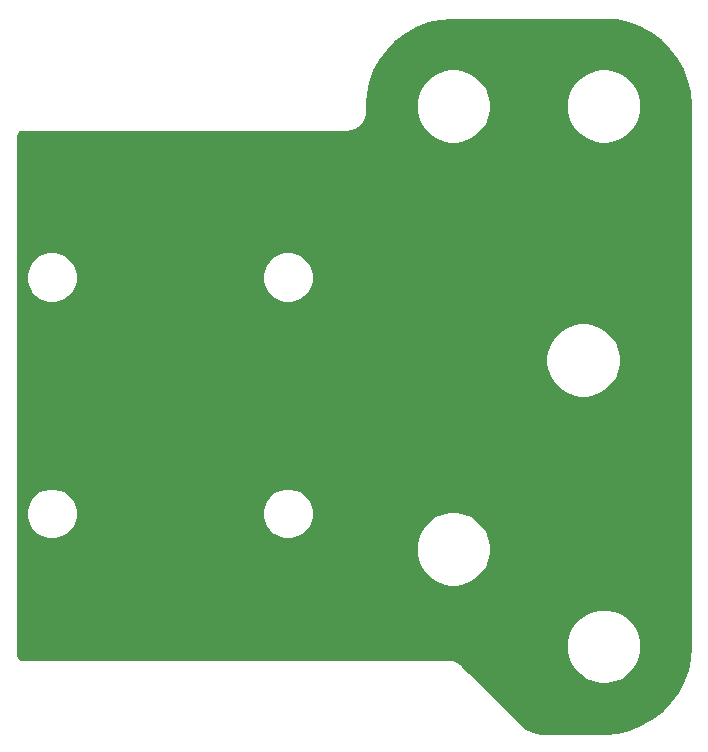
<source format=gtl>
G04 #@! TF.GenerationSoftware,KiCad,Pcbnew,5.1.9+dfsg1-1+deb11u1*
G04 #@! TF.CreationDate,2023-05-29T16:56:05+09:00*
G04 #@! TF.ProjectId,top,746f702e-6b69-4636-9164-5f7063625858,rev?*
G04 #@! TF.SameCoordinates,Original*
G04 #@! TF.FileFunction,Copper,L1,Top*
G04 #@! TF.FilePolarity,Positive*
%FSLAX46Y46*%
G04 Gerber Fmt 4.6, Leading zero omitted, Abs format (unit mm)*
G04 Created by KiCad (PCBNEW 5.1.9+dfsg1-1+deb11u1) date 2023-05-29 16:56:05*
%MOMM*%
%LPD*%
G01*
G04 APERTURE LIST*
G04 #@! TA.AperFunction,NonConductor*
%ADD10C,0.254000*%
G04 #@! TD*
G04 #@! TA.AperFunction,NonConductor*
%ADD11C,0.100000*%
G04 #@! TD*
G04 APERTURE END LIST*
D10*
X192469848Y-82227674D02*
X193479743Y-82445099D01*
X194448922Y-82802648D01*
X195358050Y-83293187D01*
X196188996Y-83906932D01*
X196925176Y-84631637D01*
X197551897Y-85452838D01*
X198056656Y-86354152D01*
X198429387Y-87317601D01*
X198662647Y-88323953D01*
X198753645Y-89374629D01*
X198754400Y-89470707D01*
X198754401Y-135183757D01*
X198679725Y-136238448D01*
X198462301Y-137248340D01*
X198104751Y-138217521D01*
X197614209Y-139126657D01*
X197000465Y-139957599D01*
X196275765Y-140693772D01*
X195454563Y-141320494D01*
X194553243Y-141825258D01*
X193589801Y-142197985D01*
X192583447Y-142431246D01*
X191532771Y-142522244D01*
X191436566Y-142523000D01*
X186215503Y-142523000D01*
X185732983Y-142475688D01*
X185301075Y-142345288D01*
X184902715Y-142133475D01*
X184528007Y-141827872D01*
X179477071Y-136776946D01*
X179475878Y-136775740D01*
X179473406Y-136773276D01*
X179473379Y-136773254D01*
X179452865Y-136752740D01*
X179432104Y-136735702D01*
X179430133Y-136733689D01*
X179422764Y-136727592D01*
X179271522Y-136604241D01*
X179219806Y-136569881D01*
X179168579Y-136534806D01*
X179160166Y-136530257D01*
X178987844Y-136438633D01*
X178930419Y-136414965D01*
X178873382Y-136390519D01*
X178864246Y-136387690D01*
X178677409Y-136331281D01*
X178616491Y-136319219D01*
X178555779Y-136306314D01*
X178546267Y-136305314D01*
X178352034Y-136286269D01*
X178352027Y-136286269D01*
X178318837Y-136283000D01*
X142232905Y-136283000D01*
X142138854Y-136273778D01*
X142080613Y-136256194D01*
X142026900Y-136227635D01*
X141979754Y-136189183D01*
X141940977Y-136142310D01*
X141912042Y-136088796D01*
X141894051Y-136030677D01*
X141884400Y-135938855D01*
X141884400Y-134893855D01*
X188249833Y-134893855D01*
X188249833Y-135522145D01*
X188372406Y-136138362D01*
X188612842Y-136718827D01*
X188961901Y-137241230D01*
X189406170Y-137685499D01*
X189928573Y-138034558D01*
X190509038Y-138274994D01*
X191125255Y-138397567D01*
X191753545Y-138397567D01*
X192369762Y-138274994D01*
X192950227Y-138034558D01*
X193472630Y-137685499D01*
X193916899Y-137241230D01*
X194265958Y-136718827D01*
X194506394Y-136138362D01*
X194628967Y-135522145D01*
X194628967Y-134893855D01*
X194506394Y-134277638D01*
X194265958Y-133697173D01*
X193916899Y-133174770D01*
X193472630Y-132730501D01*
X192950227Y-132381442D01*
X192369762Y-132141006D01*
X191753545Y-132018433D01*
X191125255Y-132018433D01*
X190509038Y-132141006D01*
X189928573Y-132381442D01*
X189406170Y-132730501D01*
X188961901Y-133174770D01*
X188612842Y-133697173D01*
X188372406Y-134277638D01*
X188249833Y-134893855D01*
X141884400Y-134893855D01*
X141884400Y-126653855D01*
X175509833Y-126653855D01*
X175509833Y-127282145D01*
X175632406Y-127898362D01*
X175872842Y-128478827D01*
X176221901Y-129001230D01*
X176666170Y-129445499D01*
X177188573Y-129794558D01*
X177769038Y-130034994D01*
X178385255Y-130157567D01*
X179013545Y-130157567D01*
X179629762Y-130034994D01*
X180210227Y-129794558D01*
X180732630Y-129445499D01*
X181176899Y-129001230D01*
X181525958Y-128478827D01*
X181766394Y-127898362D01*
X181888967Y-127282145D01*
X181888967Y-126653855D01*
X181766394Y-126037638D01*
X181525958Y-125457173D01*
X181176899Y-124934770D01*
X180732630Y-124490501D01*
X180210227Y-124141442D01*
X179629762Y-123901006D01*
X179013545Y-123778433D01*
X178385255Y-123778433D01*
X177769038Y-123901006D01*
X177188573Y-124141442D01*
X176666170Y-124490501D01*
X176221901Y-124934770D01*
X175872842Y-125457173D01*
X175632406Y-126037638D01*
X175509833Y-126653855D01*
X141884400Y-126653855D01*
X141884400Y-123751872D01*
X142505018Y-123751872D01*
X142505018Y-124184128D01*
X142589347Y-124608078D01*
X142754764Y-125007430D01*
X142994912Y-125366837D01*
X143300563Y-125672488D01*
X143659970Y-125912636D01*
X144059322Y-126078053D01*
X144483272Y-126162382D01*
X144915528Y-126162382D01*
X145339478Y-126078053D01*
X145738830Y-125912636D01*
X146098237Y-125672488D01*
X146403888Y-125366837D01*
X146644036Y-125007430D01*
X146809453Y-124608078D01*
X146893782Y-124184128D01*
X146893782Y-123751872D01*
X162505018Y-123751872D01*
X162505018Y-124184128D01*
X162589347Y-124608078D01*
X162754764Y-125007430D01*
X162994912Y-125366837D01*
X163300563Y-125672488D01*
X163659970Y-125912636D01*
X164059322Y-126078053D01*
X164483272Y-126162382D01*
X164915528Y-126162382D01*
X165339478Y-126078053D01*
X165738830Y-125912636D01*
X166098237Y-125672488D01*
X166403888Y-125366837D01*
X166644036Y-125007430D01*
X166809453Y-124608078D01*
X166893782Y-124184128D01*
X166893782Y-123751872D01*
X166809453Y-123327922D01*
X166644036Y-122928570D01*
X166403888Y-122569163D01*
X166098237Y-122263512D01*
X165738830Y-122023364D01*
X165339478Y-121857947D01*
X164915528Y-121773618D01*
X164483272Y-121773618D01*
X164059322Y-121857947D01*
X163659970Y-122023364D01*
X163300563Y-122263512D01*
X162994912Y-122569163D01*
X162754764Y-122928570D01*
X162589347Y-123327922D01*
X162505018Y-123751872D01*
X146893782Y-123751872D01*
X146809453Y-123327922D01*
X146644036Y-122928570D01*
X146403888Y-122569163D01*
X146098237Y-122263512D01*
X145738830Y-122023364D01*
X145339478Y-121857947D01*
X144915528Y-121773618D01*
X144483272Y-121773618D01*
X144059322Y-121857947D01*
X143659970Y-122023364D01*
X143300563Y-122263512D01*
X142994912Y-122569163D01*
X142754764Y-122928570D01*
X142589347Y-123327922D01*
X142505018Y-123751872D01*
X141884400Y-123751872D01*
X141884400Y-110653855D01*
X186509833Y-110653855D01*
X186509833Y-111282145D01*
X186632406Y-111898362D01*
X186872842Y-112478827D01*
X187221901Y-113001230D01*
X187666170Y-113445499D01*
X188188573Y-113794558D01*
X188769038Y-114034994D01*
X189385255Y-114157567D01*
X190013545Y-114157567D01*
X190629762Y-114034994D01*
X191210227Y-113794558D01*
X191732630Y-113445499D01*
X192176899Y-113001230D01*
X192525958Y-112478827D01*
X192766394Y-111898362D01*
X192888967Y-111282145D01*
X192888967Y-110653855D01*
X192766394Y-110037638D01*
X192525958Y-109457173D01*
X192176899Y-108934770D01*
X191732630Y-108490501D01*
X191210227Y-108141442D01*
X190629762Y-107901006D01*
X190013545Y-107778433D01*
X189385255Y-107778433D01*
X188769038Y-107901006D01*
X188188573Y-108141442D01*
X187666170Y-108490501D01*
X187221901Y-108934770D01*
X186872842Y-109457173D01*
X186632406Y-110037638D01*
X186509833Y-110653855D01*
X141884400Y-110653855D01*
X141884400Y-103751872D01*
X142505018Y-103751872D01*
X142505018Y-104184128D01*
X142589347Y-104608078D01*
X142754764Y-105007430D01*
X142994912Y-105366837D01*
X143300563Y-105672488D01*
X143659970Y-105912636D01*
X144059322Y-106078053D01*
X144483272Y-106162382D01*
X144915528Y-106162382D01*
X145339478Y-106078053D01*
X145738830Y-105912636D01*
X146098237Y-105672488D01*
X146403888Y-105366837D01*
X146644036Y-105007430D01*
X146809453Y-104608078D01*
X146893782Y-104184128D01*
X146893782Y-103751872D01*
X162505018Y-103751872D01*
X162505018Y-104184128D01*
X162589347Y-104608078D01*
X162754764Y-105007430D01*
X162994912Y-105366837D01*
X163300563Y-105672488D01*
X163659970Y-105912636D01*
X164059322Y-106078053D01*
X164483272Y-106162382D01*
X164915528Y-106162382D01*
X165339478Y-106078053D01*
X165738830Y-105912636D01*
X166098237Y-105672488D01*
X166403888Y-105366837D01*
X166644036Y-105007430D01*
X166809453Y-104608078D01*
X166893782Y-104184128D01*
X166893782Y-103751872D01*
X166809453Y-103327922D01*
X166644036Y-102928570D01*
X166403888Y-102569163D01*
X166098237Y-102263512D01*
X165738830Y-102023364D01*
X165339478Y-101857947D01*
X164915528Y-101773618D01*
X164483272Y-101773618D01*
X164059322Y-101857947D01*
X163659970Y-102023364D01*
X163300563Y-102263512D01*
X162994912Y-102569163D01*
X162754764Y-102928570D01*
X162589347Y-103327922D01*
X162505018Y-103751872D01*
X146893782Y-103751872D01*
X146809453Y-103327922D01*
X146644036Y-102928570D01*
X146403888Y-102569163D01*
X146098237Y-102263512D01*
X145738830Y-102023364D01*
X145339478Y-101857947D01*
X144915528Y-101773618D01*
X144483272Y-101773618D01*
X144059322Y-101857947D01*
X143659970Y-102023364D01*
X143300563Y-102263512D01*
X142994912Y-102569163D01*
X142754764Y-102928570D01*
X142589347Y-103327922D01*
X142505018Y-103751872D01*
X141884400Y-103751872D01*
X141884400Y-92001505D01*
X141893622Y-91907453D01*
X141911205Y-91849214D01*
X141939766Y-91795499D01*
X141978216Y-91748354D01*
X142025091Y-91709576D01*
X142078604Y-91680642D01*
X142136723Y-91662651D01*
X142228545Y-91653000D01*
X169733047Y-91653000D01*
X169762355Y-91650113D01*
X169768466Y-91650156D01*
X169777985Y-91649223D01*
X169972082Y-91628822D01*
X170032896Y-91616339D01*
X170093881Y-91604705D01*
X170103037Y-91601941D01*
X170289475Y-91544229D01*
X170346679Y-91520182D01*
X170404273Y-91496913D01*
X170412717Y-91492423D01*
X170584394Y-91399598D01*
X170635868Y-91364878D01*
X170687818Y-91330883D01*
X170695229Y-91324839D01*
X170845607Y-91200435D01*
X170889373Y-91156362D01*
X170933711Y-91112943D01*
X170939808Y-91105574D01*
X171063158Y-90954332D01*
X171097526Y-90902603D01*
X171132591Y-90851392D01*
X171137139Y-90842981D01*
X171137140Y-90842980D01*
X171137142Y-90842976D01*
X171228766Y-90670657D01*
X171252422Y-90613261D01*
X171276882Y-90556193D01*
X171279710Y-90547056D01*
X171336119Y-90360220D01*
X171348180Y-90299310D01*
X171361086Y-90238591D01*
X171362086Y-90229079D01*
X171381131Y-90034845D01*
X171381131Y-90034837D01*
X171384400Y-90001647D01*
X171384400Y-89492215D01*
X171408357Y-89153855D01*
X175509833Y-89153855D01*
X175509833Y-89782145D01*
X175632406Y-90398362D01*
X175872842Y-90978827D01*
X176221901Y-91501230D01*
X176666170Y-91945499D01*
X177188573Y-92294558D01*
X177769038Y-92534994D01*
X178385255Y-92657567D01*
X179013545Y-92657567D01*
X179629762Y-92534994D01*
X180210227Y-92294558D01*
X180732630Y-91945499D01*
X181176899Y-91501230D01*
X181525958Y-90978827D01*
X181766394Y-90398362D01*
X181888967Y-89782145D01*
X181888967Y-89153855D01*
X188249833Y-89153855D01*
X188249833Y-89782145D01*
X188372406Y-90398362D01*
X188612842Y-90978827D01*
X188961901Y-91501230D01*
X189406170Y-91945499D01*
X189928573Y-92294558D01*
X190509038Y-92534994D01*
X191125255Y-92657567D01*
X191753545Y-92657567D01*
X192369762Y-92534994D01*
X192950227Y-92294558D01*
X193472630Y-91945499D01*
X193916899Y-91501230D01*
X194265958Y-90978827D01*
X194506394Y-90398362D01*
X194628967Y-89782145D01*
X194628967Y-89153855D01*
X194506394Y-88537638D01*
X194265958Y-87957173D01*
X193916899Y-87434770D01*
X193472630Y-86990501D01*
X192950227Y-86641442D01*
X192369762Y-86401006D01*
X191753545Y-86278433D01*
X191125255Y-86278433D01*
X190509038Y-86401006D01*
X189928573Y-86641442D01*
X189406170Y-86990501D01*
X188961901Y-87434770D01*
X188612842Y-87957173D01*
X188372406Y-88537638D01*
X188249833Y-89153855D01*
X181888967Y-89153855D01*
X181766394Y-88537638D01*
X181525958Y-87957173D01*
X181176899Y-87434770D01*
X180732630Y-86990501D01*
X180210227Y-86641442D01*
X179629762Y-86401006D01*
X179013545Y-86278433D01*
X178385255Y-86278433D01*
X177769038Y-86401006D01*
X177188573Y-86641442D01*
X176666170Y-86990501D01*
X176221901Y-87434770D01*
X175872842Y-87957173D01*
X175632406Y-88537638D01*
X175509833Y-89153855D01*
X171408357Y-89153855D01*
X171459074Y-88437552D01*
X171676499Y-87427657D01*
X172034048Y-86458478D01*
X172524587Y-85549350D01*
X173138332Y-84718404D01*
X173863037Y-83982224D01*
X174684238Y-83355503D01*
X175585552Y-82850744D01*
X176549001Y-82478013D01*
X177555353Y-82244753D01*
X178606029Y-82153755D01*
X178702106Y-82153000D01*
X191415185Y-82153000D01*
X192469848Y-82227674D01*
G04 #@! TA.AperFunction,NonConductor*
D11*
G36*
X192469848Y-82227674D02*
G01*
X193479743Y-82445099D01*
X194448922Y-82802648D01*
X195358050Y-83293187D01*
X196188996Y-83906932D01*
X196925176Y-84631637D01*
X197551897Y-85452838D01*
X198056656Y-86354152D01*
X198429387Y-87317601D01*
X198662647Y-88323953D01*
X198753645Y-89374629D01*
X198754400Y-89470707D01*
X198754401Y-135183757D01*
X198679725Y-136238448D01*
X198462301Y-137248340D01*
X198104751Y-138217521D01*
X197614209Y-139126657D01*
X197000465Y-139957599D01*
X196275765Y-140693772D01*
X195454563Y-141320494D01*
X194553243Y-141825258D01*
X193589801Y-142197985D01*
X192583447Y-142431246D01*
X191532771Y-142522244D01*
X191436566Y-142523000D01*
X186215503Y-142523000D01*
X185732983Y-142475688D01*
X185301075Y-142345288D01*
X184902715Y-142133475D01*
X184528007Y-141827872D01*
X179477071Y-136776946D01*
X179475878Y-136775740D01*
X179473406Y-136773276D01*
X179473379Y-136773254D01*
X179452865Y-136752740D01*
X179432104Y-136735702D01*
X179430133Y-136733689D01*
X179422764Y-136727592D01*
X179271522Y-136604241D01*
X179219806Y-136569881D01*
X179168579Y-136534806D01*
X179160166Y-136530257D01*
X178987844Y-136438633D01*
X178930419Y-136414965D01*
X178873382Y-136390519D01*
X178864246Y-136387690D01*
X178677409Y-136331281D01*
X178616491Y-136319219D01*
X178555779Y-136306314D01*
X178546267Y-136305314D01*
X178352034Y-136286269D01*
X178352027Y-136286269D01*
X178318837Y-136283000D01*
X142232905Y-136283000D01*
X142138854Y-136273778D01*
X142080613Y-136256194D01*
X142026900Y-136227635D01*
X141979754Y-136189183D01*
X141940977Y-136142310D01*
X141912042Y-136088796D01*
X141894051Y-136030677D01*
X141884400Y-135938855D01*
X141884400Y-134893855D01*
X188249833Y-134893855D01*
X188249833Y-135522145D01*
X188372406Y-136138362D01*
X188612842Y-136718827D01*
X188961901Y-137241230D01*
X189406170Y-137685499D01*
X189928573Y-138034558D01*
X190509038Y-138274994D01*
X191125255Y-138397567D01*
X191753545Y-138397567D01*
X192369762Y-138274994D01*
X192950227Y-138034558D01*
X193472630Y-137685499D01*
X193916899Y-137241230D01*
X194265958Y-136718827D01*
X194506394Y-136138362D01*
X194628967Y-135522145D01*
X194628967Y-134893855D01*
X194506394Y-134277638D01*
X194265958Y-133697173D01*
X193916899Y-133174770D01*
X193472630Y-132730501D01*
X192950227Y-132381442D01*
X192369762Y-132141006D01*
X191753545Y-132018433D01*
X191125255Y-132018433D01*
X190509038Y-132141006D01*
X189928573Y-132381442D01*
X189406170Y-132730501D01*
X188961901Y-133174770D01*
X188612842Y-133697173D01*
X188372406Y-134277638D01*
X188249833Y-134893855D01*
X141884400Y-134893855D01*
X141884400Y-126653855D01*
X175509833Y-126653855D01*
X175509833Y-127282145D01*
X175632406Y-127898362D01*
X175872842Y-128478827D01*
X176221901Y-129001230D01*
X176666170Y-129445499D01*
X177188573Y-129794558D01*
X177769038Y-130034994D01*
X178385255Y-130157567D01*
X179013545Y-130157567D01*
X179629762Y-130034994D01*
X180210227Y-129794558D01*
X180732630Y-129445499D01*
X181176899Y-129001230D01*
X181525958Y-128478827D01*
X181766394Y-127898362D01*
X181888967Y-127282145D01*
X181888967Y-126653855D01*
X181766394Y-126037638D01*
X181525958Y-125457173D01*
X181176899Y-124934770D01*
X180732630Y-124490501D01*
X180210227Y-124141442D01*
X179629762Y-123901006D01*
X179013545Y-123778433D01*
X178385255Y-123778433D01*
X177769038Y-123901006D01*
X177188573Y-124141442D01*
X176666170Y-124490501D01*
X176221901Y-124934770D01*
X175872842Y-125457173D01*
X175632406Y-126037638D01*
X175509833Y-126653855D01*
X141884400Y-126653855D01*
X141884400Y-123751872D01*
X142505018Y-123751872D01*
X142505018Y-124184128D01*
X142589347Y-124608078D01*
X142754764Y-125007430D01*
X142994912Y-125366837D01*
X143300563Y-125672488D01*
X143659970Y-125912636D01*
X144059322Y-126078053D01*
X144483272Y-126162382D01*
X144915528Y-126162382D01*
X145339478Y-126078053D01*
X145738830Y-125912636D01*
X146098237Y-125672488D01*
X146403888Y-125366837D01*
X146644036Y-125007430D01*
X146809453Y-124608078D01*
X146893782Y-124184128D01*
X146893782Y-123751872D01*
X162505018Y-123751872D01*
X162505018Y-124184128D01*
X162589347Y-124608078D01*
X162754764Y-125007430D01*
X162994912Y-125366837D01*
X163300563Y-125672488D01*
X163659970Y-125912636D01*
X164059322Y-126078053D01*
X164483272Y-126162382D01*
X164915528Y-126162382D01*
X165339478Y-126078053D01*
X165738830Y-125912636D01*
X166098237Y-125672488D01*
X166403888Y-125366837D01*
X166644036Y-125007430D01*
X166809453Y-124608078D01*
X166893782Y-124184128D01*
X166893782Y-123751872D01*
X166809453Y-123327922D01*
X166644036Y-122928570D01*
X166403888Y-122569163D01*
X166098237Y-122263512D01*
X165738830Y-122023364D01*
X165339478Y-121857947D01*
X164915528Y-121773618D01*
X164483272Y-121773618D01*
X164059322Y-121857947D01*
X163659970Y-122023364D01*
X163300563Y-122263512D01*
X162994912Y-122569163D01*
X162754764Y-122928570D01*
X162589347Y-123327922D01*
X162505018Y-123751872D01*
X146893782Y-123751872D01*
X146809453Y-123327922D01*
X146644036Y-122928570D01*
X146403888Y-122569163D01*
X146098237Y-122263512D01*
X145738830Y-122023364D01*
X145339478Y-121857947D01*
X144915528Y-121773618D01*
X144483272Y-121773618D01*
X144059322Y-121857947D01*
X143659970Y-122023364D01*
X143300563Y-122263512D01*
X142994912Y-122569163D01*
X142754764Y-122928570D01*
X142589347Y-123327922D01*
X142505018Y-123751872D01*
X141884400Y-123751872D01*
X141884400Y-110653855D01*
X186509833Y-110653855D01*
X186509833Y-111282145D01*
X186632406Y-111898362D01*
X186872842Y-112478827D01*
X187221901Y-113001230D01*
X187666170Y-113445499D01*
X188188573Y-113794558D01*
X188769038Y-114034994D01*
X189385255Y-114157567D01*
X190013545Y-114157567D01*
X190629762Y-114034994D01*
X191210227Y-113794558D01*
X191732630Y-113445499D01*
X192176899Y-113001230D01*
X192525958Y-112478827D01*
X192766394Y-111898362D01*
X192888967Y-111282145D01*
X192888967Y-110653855D01*
X192766394Y-110037638D01*
X192525958Y-109457173D01*
X192176899Y-108934770D01*
X191732630Y-108490501D01*
X191210227Y-108141442D01*
X190629762Y-107901006D01*
X190013545Y-107778433D01*
X189385255Y-107778433D01*
X188769038Y-107901006D01*
X188188573Y-108141442D01*
X187666170Y-108490501D01*
X187221901Y-108934770D01*
X186872842Y-109457173D01*
X186632406Y-110037638D01*
X186509833Y-110653855D01*
X141884400Y-110653855D01*
X141884400Y-103751872D01*
X142505018Y-103751872D01*
X142505018Y-104184128D01*
X142589347Y-104608078D01*
X142754764Y-105007430D01*
X142994912Y-105366837D01*
X143300563Y-105672488D01*
X143659970Y-105912636D01*
X144059322Y-106078053D01*
X144483272Y-106162382D01*
X144915528Y-106162382D01*
X145339478Y-106078053D01*
X145738830Y-105912636D01*
X146098237Y-105672488D01*
X146403888Y-105366837D01*
X146644036Y-105007430D01*
X146809453Y-104608078D01*
X146893782Y-104184128D01*
X146893782Y-103751872D01*
X162505018Y-103751872D01*
X162505018Y-104184128D01*
X162589347Y-104608078D01*
X162754764Y-105007430D01*
X162994912Y-105366837D01*
X163300563Y-105672488D01*
X163659970Y-105912636D01*
X164059322Y-106078053D01*
X164483272Y-106162382D01*
X164915528Y-106162382D01*
X165339478Y-106078053D01*
X165738830Y-105912636D01*
X166098237Y-105672488D01*
X166403888Y-105366837D01*
X166644036Y-105007430D01*
X166809453Y-104608078D01*
X166893782Y-104184128D01*
X166893782Y-103751872D01*
X166809453Y-103327922D01*
X166644036Y-102928570D01*
X166403888Y-102569163D01*
X166098237Y-102263512D01*
X165738830Y-102023364D01*
X165339478Y-101857947D01*
X164915528Y-101773618D01*
X164483272Y-101773618D01*
X164059322Y-101857947D01*
X163659970Y-102023364D01*
X163300563Y-102263512D01*
X162994912Y-102569163D01*
X162754764Y-102928570D01*
X162589347Y-103327922D01*
X162505018Y-103751872D01*
X146893782Y-103751872D01*
X146809453Y-103327922D01*
X146644036Y-102928570D01*
X146403888Y-102569163D01*
X146098237Y-102263512D01*
X145738830Y-102023364D01*
X145339478Y-101857947D01*
X144915528Y-101773618D01*
X144483272Y-101773618D01*
X144059322Y-101857947D01*
X143659970Y-102023364D01*
X143300563Y-102263512D01*
X142994912Y-102569163D01*
X142754764Y-102928570D01*
X142589347Y-103327922D01*
X142505018Y-103751872D01*
X141884400Y-103751872D01*
X141884400Y-92001505D01*
X141893622Y-91907453D01*
X141911205Y-91849214D01*
X141939766Y-91795499D01*
X141978216Y-91748354D01*
X142025091Y-91709576D01*
X142078604Y-91680642D01*
X142136723Y-91662651D01*
X142228545Y-91653000D01*
X169733047Y-91653000D01*
X169762355Y-91650113D01*
X169768466Y-91650156D01*
X169777985Y-91649223D01*
X169972082Y-91628822D01*
X170032896Y-91616339D01*
X170093881Y-91604705D01*
X170103037Y-91601941D01*
X170289475Y-91544229D01*
X170346679Y-91520182D01*
X170404273Y-91496913D01*
X170412717Y-91492423D01*
X170584394Y-91399598D01*
X170635868Y-91364878D01*
X170687818Y-91330883D01*
X170695229Y-91324839D01*
X170845607Y-91200435D01*
X170889373Y-91156362D01*
X170933711Y-91112943D01*
X170939808Y-91105574D01*
X171063158Y-90954332D01*
X171097526Y-90902603D01*
X171132591Y-90851392D01*
X171137139Y-90842981D01*
X171137140Y-90842980D01*
X171137142Y-90842976D01*
X171228766Y-90670657D01*
X171252422Y-90613261D01*
X171276882Y-90556193D01*
X171279710Y-90547056D01*
X171336119Y-90360220D01*
X171348180Y-90299310D01*
X171361086Y-90238591D01*
X171362086Y-90229079D01*
X171381131Y-90034845D01*
X171381131Y-90034837D01*
X171384400Y-90001647D01*
X171384400Y-89492215D01*
X171408357Y-89153855D01*
X175509833Y-89153855D01*
X175509833Y-89782145D01*
X175632406Y-90398362D01*
X175872842Y-90978827D01*
X176221901Y-91501230D01*
X176666170Y-91945499D01*
X177188573Y-92294558D01*
X177769038Y-92534994D01*
X178385255Y-92657567D01*
X179013545Y-92657567D01*
X179629762Y-92534994D01*
X180210227Y-92294558D01*
X180732630Y-91945499D01*
X181176899Y-91501230D01*
X181525958Y-90978827D01*
X181766394Y-90398362D01*
X181888967Y-89782145D01*
X181888967Y-89153855D01*
X188249833Y-89153855D01*
X188249833Y-89782145D01*
X188372406Y-90398362D01*
X188612842Y-90978827D01*
X188961901Y-91501230D01*
X189406170Y-91945499D01*
X189928573Y-92294558D01*
X190509038Y-92534994D01*
X191125255Y-92657567D01*
X191753545Y-92657567D01*
X192369762Y-92534994D01*
X192950227Y-92294558D01*
X193472630Y-91945499D01*
X193916899Y-91501230D01*
X194265958Y-90978827D01*
X194506394Y-90398362D01*
X194628967Y-89782145D01*
X194628967Y-89153855D01*
X194506394Y-88537638D01*
X194265958Y-87957173D01*
X193916899Y-87434770D01*
X193472630Y-86990501D01*
X192950227Y-86641442D01*
X192369762Y-86401006D01*
X191753545Y-86278433D01*
X191125255Y-86278433D01*
X190509038Y-86401006D01*
X189928573Y-86641442D01*
X189406170Y-86990501D01*
X188961901Y-87434770D01*
X188612842Y-87957173D01*
X188372406Y-88537638D01*
X188249833Y-89153855D01*
X181888967Y-89153855D01*
X181766394Y-88537638D01*
X181525958Y-87957173D01*
X181176899Y-87434770D01*
X180732630Y-86990501D01*
X180210227Y-86641442D01*
X179629762Y-86401006D01*
X179013545Y-86278433D01*
X178385255Y-86278433D01*
X177769038Y-86401006D01*
X177188573Y-86641442D01*
X176666170Y-86990501D01*
X176221901Y-87434770D01*
X175872842Y-87957173D01*
X175632406Y-88537638D01*
X175509833Y-89153855D01*
X171408357Y-89153855D01*
X171459074Y-88437552D01*
X171676499Y-87427657D01*
X172034048Y-86458478D01*
X172524587Y-85549350D01*
X173138332Y-84718404D01*
X173863037Y-83982224D01*
X174684238Y-83355503D01*
X175585552Y-82850744D01*
X176549001Y-82478013D01*
X177555353Y-82244753D01*
X178606029Y-82153755D01*
X178702106Y-82153000D01*
X191415185Y-82153000D01*
X192469848Y-82227674D01*
G37*
G04 #@! TD.AperFunction*
M02*

</source>
